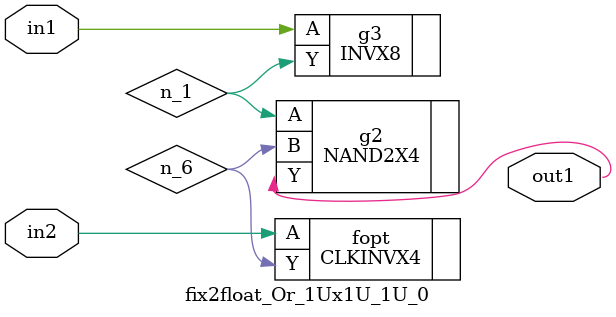
<source format=v>
`timescale 1ps / 1ps


module fix2float_Or_1Ux1U_1U_0(in2, in1, out1);
  input in2, in1;
  output out1;
  wire in2, in1;
  wire out1;
  wire n_1, n_6;
  NAND2X4 g2(.A (n_1), .B (n_6), .Y (out1));
  INVX8 g3(.A (in1), .Y (n_1));
  CLKINVX4 fopt(.A (in2), .Y (n_6));
endmodule



</source>
